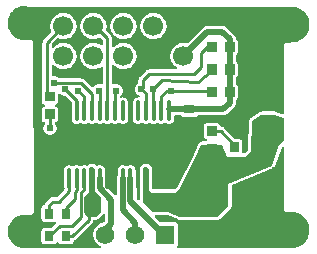
<source format=gtl>
G04 Layer: TopLayer*
G04 EasyEDA v6.5.3, 2022-04-20 15:58:44*
G04 ff22b18d42d7425680d8988076959c4e,2865ae9118a24060a17af6d01c9bcc73,10*
G04 Gerber Generator version 0.2*
G04 Scale: 100 percent, Rotated: No, Reflected: No *
G04 Dimensions in millimeters *
G04 leading zeros omitted , absolute positions ,4 integer and 5 decimal *
%FSLAX45Y45*%
%MOMM*%

%ADD10C,0.2540*%
%ADD11C,0.5000*%
%ADD12C,0.3430*%
%ADD13C,0.6000*%
%ADD14C,0.6096*%
%ADD16R,0.8640X0.8065*%
%ADD19R,0.8000X0.9000*%
%ADD20R,0.9000X0.8000*%
%ADD22C,1.7000*%
%ADD23R,1.5748X1.7000*%
%ADD24C,1.5748*%
%ADD25R,1.5748X1.5748*%
%ADD26C,2.0000*%

%LPD*%
G36*
X853846Y-2272792D02*
G01*
X849934Y-2272030D01*
X846632Y-2269794D01*
X844448Y-2266543D01*
X843686Y-2262632D01*
X844448Y-2258720D01*
X846632Y-2255469D01*
X848258Y-2253843D01*
X851306Y-2248966D01*
X853236Y-2243480D01*
X853948Y-2237181D01*
X853948Y-2080818D01*
X853236Y-2074519D01*
X851306Y-2069033D01*
X848258Y-2064156D01*
X844143Y-2060041D01*
X839266Y-2056993D01*
X833780Y-2055063D01*
X827481Y-2054352D01*
X708152Y-2054352D01*
X704291Y-2053589D01*
X700989Y-2051354D01*
X661365Y-2011730D01*
X659130Y-2008479D01*
X658368Y-2004568D01*
X659130Y-2000656D01*
X661365Y-1997405D01*
X664667Y-1995170D01*
X668528Y-1994407D01*
X767283Y-1994407D01*
X771296Y-1995220D01*
X852982Y-2030222D01*
X857758Y-2031796D01*
X864158Y-2032507D01*
X1193495Y-2032507D01*
X1199540Y-2031847D01*
X1205026Y-2029917D01*
X1209954Y-2026818D01*
X1212342Y-2024735D01*
X1300835Y-1936242D01*
X1304645Y-1931466D01*
X1307134Y-1926234D01*
X1308404Y-1920595D01*
X1308608Y-1917395D01*
X1308608Y-1751330D01*
X1309370Y-1747418D01*
X1311605Y-1744116D01*
X1314907Y-1741932D01*
X1660550Y-1598879D01*
X1664462Y-1596847D01*
X1669135Y-1593189D01*
X1672793Y-1588668D01*
X1675587Y-1582978D01*
X1732381Y-1424025D01*
X1734464Y-1420571D01*
X1737715Y-1418183D01*
X1741627Y-1417269D01*
X1745640Y-1417980D01*
X1748993Y-1420164D01*
X1751279Y-1423466D01*
X1752092Y-1427429D01*
X1752092Y-1941474D01*
X1752904Y-1947976D01*
X1754987Y-1953514D01*
X1758543Y-1958695D01*
X1760931Y-1961134D01*
X1766011Y-1964842D01*
X1771497Y-1967077D01*
X1778000Y-1967992D01*
X1829054Y-1969211D01*
X1845360Y-1971446D01*
X1861108Y-1975408D01*
X1876348Y-1981047D01*
X1890877Y-1988261D01*
X1904593Y-1996998D01*
X1917293Y-2007107D01*
X1928825Y-2018538D01*
X1939086Y-2031085D01*
X1947925Y-2044700D01*
X1955292Y-2059178D01*
X1961083Y-2074367D01*
X1965198Y-2090064D01*
X1967636Y-2106117D01*
X1968347Y-2122322D01*
X1967331Y-2138527D01*
X1964588Y-2154580D01*
X1960168Y-2170176D01*
X1954123Y-2185263D01*
X1946503Y-2199589D01*
X1937359Y-2213000D01*
X1926843Y-2225395D01*
X1915109Y-2236622D01*
X1902206Y-2246477D01*
X1888388Y-2254961D01*
X1873707Y-2261870D01*
X1858365Y-2267204D01*
X1842516Y-2270861D01*
X1826564Y-2272792D01*
G37*

%LPD*%
G36*
X-465734Y-2272792D02*
G01*
X-472084Y-2271928D01*
X-487019Y-2268118D01*
X-501497Y-2262632D01*
X-515264Y-2255621D01*
X-528167Y-2247188D01*
X-540105Y-2237333D01*
X-550875Y-2226259D01*
X-560374Y-2214067D01*
X-568452Y-2200910D01*
X-575106Y-2186940D01*
X-580136Y-2172360D01*
X-583590Y-2157272D01*
X-585317Y-2141931D01*
X-585419Y-2126488D01*
X-583793Y-2111095D01*
X-580491Y-2096007D01*
X-575564Y-2081377D01*
X-569061Y-2067356D01*
X-561086Y-2054148D01*
X-551688Y-2041855D01*
X-540969Y-2030679D01*
X-529183Y-2020773D01*
X-516331Y-2012188D01*
X-502615Y-2005025D01*
X-488188Y-1999488D01*
X-473252Y-1995474D01*
X-458927Y-1993341D01*
X-392887Y-1991614D01*
X-386384Y-1990648D01*
X-380949Y-1988413D01*
X-375818Y-1984705D01*
X-373481Y-1982266D01*
X-369925Y-1977085D01*
X-367792Y-1971548D01*
X-367030Y-1965045D01*
X-368554Y-538835D01*
X-369366Y-532333D01*
X-371449Y-526796D01*
X-375005Y-521614D01*
X-377596Y-519023D01*
X-382676Y-515366D01*
X-388162Y-513181D01*
X-394665Y-512318D01*
X-455828Y-511352D01*
X-472490Y-509016D01*
X-487730Y-505104D01*
X-502412Y-499567D01*
X-516432Y-492455D01*
X-529539Y-483819D01*
X-541680Y-473862D01*
X-552602Y-462584D01*
X-562305Y-450240D01*
X-570534Y-436829D01*
X-577240Y-422656D01*
X-582422Y-407822D01*
X-585927Y-392531D01*
X-587705Y-376936D01*
X-587806Y-361238D01*
X-586181Y-345592D01*
X-582828Y-330250D01*
X-577850Y-315366D01*
X-571246Y-301091D01*
X-563168Y-287680D01*
X-553618Y-275183D01*
X-542798Y-263804D01*
X-530809Y-253695D01*
X-517753Y-244957D01*
X-503834Y-237693D01*
X-489204Y-231952D01*
X-474014Y-227888D01*
X-458520Y-225501D01*
X-442823Y-224840D01*
X-427177Y-225907D01*
X-411327Y-228650D01*
X-405942Y-229108D01*
X1826564Y-229108D01*
X1843582Y-231241D01*
X1859381Y-235000D01*
X1874672Y-240436D01*
X1889302Y-247497D01*
X1903120Y-256032D01*
X1915922Y-265988D01*
X1927606Y-277317D01*
X1938020Y-289763D01*
X1947062Y-303276D01*
X1954580Y-317652D01*
X1960524Y-332740D01*
X1964842Y-348386D01*
X1967484Y-364439D01*
X1968398Y-380644D01*
X1967534Y-396849D01*
X1964994Y-412902D01*
X1960778Y-428548D01*
X1954885Y-443687D01*
X1947418Y-458114D01*
X1938426Y-471678D01*
X1928114Y-484174D01*
X1916480Y-495503D01*
X1903730Y-505561D01*
X1889963Y-514197D01*
X1875332Y-521258D01*
X1860092Y-526796D01*
X1844293Y-530656D01*
X1829104Y-532688D01*
X1786737Y-534365D01*
X1778050Y-533095D01*
X1775510Y-533146D01*
X1771700Y-533755D01*
X1765960Y-535940D01*
X1761083Y-539292D01*
X1756968Y-543966D01*
X1755089Y-547065D01*
X1752904Y-552907D01*
X1752092Y-559409D01*
X1752092Y-1126845D01*
X1751380Y-1130604D01*
X1749298Y-1133805D01*
X1746199Y-1136040D01*
X1742490Y-1136954D01*
X1738731Y-1136446D01*
X1682496Y-1117854D01*
X1675841Y-1117092D01*
X1562658Y-1117092D01*
X1556359Y-1117803D01*
X1550670Y-1119784D01*
X1547418Y-1121664D01*
X1471980Y-1171905D01*
X1467154Y-1176020D01*
X1463649Y-1180642D01*
X1461312Y-1185824D01*
X1459992Y-1193190D01*
X1447850Y-1435506D01*
X1447292Y-1438452D01*
X1445869Y-1441094D01*
X1425194Y-1468628D01*
X1422958Y-1470812D01*
X1420164Y-1472234D01*
X1417066Y-1472692D01*
X1409141Y-1472692D01*
X1404975Y-1471828D01*
X1401572Y-1469288D01*
X1399438Y-1465630D01*
X1399032Y-1461414D01*
X1399387Y-1458010D01*
X1399387Y-1379169D01*
X1398676Y-1372819D01*
X1396796Y-1367383D01*
X1393698Y-1362456D01*
X1389634Y-1358392D01*
X1384706Y-1355293D01*
X1379270Y-1353413D01*
X1372920Y-1352702D01*
X1347978Y-1352702D01*
X1344117Y-1351889D01*
X1340815Y-1349705D01*
X1247597Y-1256538D01*
X1241399Y-1251407D01*
X1234694Y-1247851D01*
X1227480Y-1245666D01*
X1220216Y-1244904D01*
X1216558Y-1243838D01*
X1213561Y-1241501D01*
X1211630Y-1238148D01*
X1209497Y-1232052D01*
X1206398Y-1227124D01*
X1202334Y-1223060D01*
X1197406Y-1219962D01*
X1191971Y-1218031D01*
X1185621Y-1217320D01*
X1100378Y-1217320D01*
X1094028Y-1218031D01*
X1088593Y-1219962D01*
X1083665Y-1223060D01*
X1079601Y-1227124D01*
X1076502Y-1232052D01*
X1074623Y-1237488D01*
X1073912Y-1243838D01*
X1073912Y-1323340D01*
X1074623Y-1329639D01*
X1076502Y-1335125D01*
X1079601Y-1340002D01*
X1083665Y-1344117D01*
X1088593Y-1347165D01*
X1094638Y-1349298D01*
X1098194Y-1351432D01*
X1100632Y-1354836D01*
X1101445Y-1358900D01*
X1100632Y-1362964D01*
X1098194Y-1366367D01*
X1094638Y-1368501D01*
X1088847Y-1370533D01*
X1085494Y-1371092D01*
X1054658Y-1371092D01*
X1048359Y-1371803D01*
X1042873Y-1373733D01*
X1037996Y-1376781D01*
X1033932Y-1380845D01*
X1030173Y-1387094D01*
X979779Y-1500428D01*
X855726Y-1748485D01*
X853846Y-1751126D01*
X830427Y-1774494D01*
X827125Y-1776730D01*
X823264Y-1777492D01*
X649935Y-1777492D01*
X646074Y-1776730D01*
X642772Y-1774494D01*
X638505Y-1770227D01*
X636270Y-1766925D01*
X635508Y-1763064D01*
X635508Y-1600504D01*
X634847Y-1594459D01*
X632917Y-1588973D01*
X629818Y-1584045D01*
X627735Y-1581658D01*
X615442Y-1569364D01*
X610666Y-1565554D01*
X605434Y-1563065D01*
X599795Y-1561795D01*
X596595Y-1561592D01*
X571804Y-1561592D01*
X565759Y-1562252D01*
X560273Y-1564182D01*
X555345Y-1567281D01*
X552958Y-1569364D01*
X540664Y-1581658D01*
X536854Y-1586433D01*
X534365Y-1591665D01*
X533095Y-1597304D01*
X532892Y-1600504D01*
X532892Y-1858772D01*
X532130Y-1862632D01*
X529894Y-1865934D01*
X526643Y-1868170D01*
X522732Y-1868932D01*
X518820Y-1868170D01*
X515569Y-1865934D01*
X506984Y-1857400D01*
X504799Y-1854098D01*
X504037Y-1850237D01*
X504037Y-1684020D01*
X503224Y-1674774D01*
X500888Y-1666189D01*
X497128Y-1658061D01*
X496163Y-1653743D01*
X496163Y-1614627D01*
X495401Y-1606245D01*
X493217Y-1598574D01*
X489661Y-1591513D01*
X484885Y-1585163D01*
X479043Y-1579829D01*
X472287Y-1575612D01*
X464870Y-1572768D01*
X457047Y-1571294D01*
X449122Y-1571294D01*
X441350Y-1572768D01*
X433984Y-1575612D01*
X426059Y-1580642D01*
X422503Y-1582064D01*
X418693Y-1582064D01*
X415137Y-1580642D01*
X407212Y-1575612D01*
X399846Y-1572768D01*
X392074Y-1571294D01*
X384149Y-1571294D01*
X376326Y-1572768D01*
X368909Y-1575612D01*
X362153Y-1579829D01*
X356311Y-1585163D01*
X351536Y-1591513D01*
X347980Y-1598574D01*
X345795Y-1606245D01*
X345033Y-1614627D01*
X345033Y-1653793D01*
X344068Y-1658112D01*
X340309Y-1666189D01*
X338023Y-1674774D01*
X337210Y-1684020D01*
X337210Y-1815490D01*
X336448Y-1819351D01*
X334213Y-1822653D01*
X330911Y-1824888D01*
X327050Y-1825650D01*
X323138Y-1824888D01*
X319836Y-1822653D01*
X246938Y-1749704D01*
X244703Y-1746453D01*
X243941Y-1742541D01*
X243941Y-1683969D01*
X243128Y-1674672D01*
X240842Y-1666138D01*
X237134Y-1658112D01*
X236169Y-1653844D01*
X236169Y-1614627D01*
X235407Y-1606245D01*
X233222Y-1598574D01*
X229666Y-1591513D01*
X224891Y-1585163D01*
X218998Y-1579829D01*
X212293Y-1575612D01*
X204876Y-1572768D01*
X197053Y-1571294D01*
X189128Y-1571294D01*
X181305Y-1572768D01*
X173278Y-1575866D01*
X169468Y-1576578D01*
X165658Y-1575765D01*
X162407Y-1573580D01*
X155854Y-1567281D01*
X150926Y-1564182D01*
X145440Y-1562252D01*
X139395Y-1561592D01*
X114604Y-1561592D01*
X108559Y-1562252D01*
X103073Y-1564182D01*
X98298Y-1567180D01*
X91998Y-1573123D01*
X88798Y-1575206D01*
X85090Y-1575968D01*
X81330Y-1575257D01*
X74879Y-1572768D01*
X67056Y-1571294D01*
X59131Y-1571294D01*
X51308Y-1572768D01*
X43992Y-1575612D01*
X36017Y-1580642D01*
X32512Y-1582064D01*
X28702Y-1582064D01*
X25146Y-1580642D01*
X17221Y-1575612D01*
X9855Y-1572768D01*
X2082Y-1571294D01*
X-5892Y-1571294D01*
X-13665Y-1572768D01*
X-21031Y-1575612D01*
X-28956Y-1580642D01*
X-32512Y-1582064D01*
X-36322Y-1582064D01*
X-39827Y-1580642D01*
X-47752Y-1575612D01*
X-55117Y-1572768D01*
X-62941Y-1571294D01*
X-70866Y-1571294D01*
X-78689Y-1572768D01*
X-86055Y-1575612D01*
X-92811Y-1579829D01*
X-98704Y-1585163D01*
X-103479Y-1591513D01*
X-107035Y-1598574D01*
X-109169Y-1606245D01*
X-109982Y-1614627D01*
X-109982Y-1752498D01*
X-109169Y-1760880D01*
X-105511Y-1773428D01*
X-106222Y-1777593D01*
X-108508Y-1781098D01*
X-165404Y-1837994D01*
X-168706Y-1840230D01*
X-172618Y-1840992D01*
X-202692Y-1840992D01*
X-210718Y-1841804D01*
X-217932Y-1843989D01*
X-224637Y-1847545D01*
X-230835Y-1852675D01*
X-262128Y-1883968D01*
X-267258Y-1890166D01*
X-270814Y-1896872D01*
X-272999Y-1903933D01*
X-274370Y-1906828D01*
X-276606Y-1909114D01*
X-279450Y-1910638D01*
X-286359Y-1912924D01*
X-291185Y-1915972D01*
X-295300Y-1920087D01*
X-298399Y-1924964D01*
X-300278Y-1930450D01*
X-300990Y-1936750D01*
X-300990Y-2025650D01*
X-300278Y-2031949D01*
X-298399Y-2037435D01*
X-295300Y-2042312D01*
X-291185Y-2046427D01*
X-286308Y-2049475D01*
X-280822Y-2051405D01*
X-274523Y-2052116D01*
X-195681Y-2052116D01*
X-189534Y-2051405D01*
X-185369Y-2051812D01*
X-181711Y-2053894D01*
X-179171Y-2057247D01*
X-178257Y-2061362D01*
X-179070Y-2065528D01*
X-181508Y-2068931D01*
X-212750Y-2098090D01*
X-215950Y-2100072D01*
X-219710Y-2100783D01*
X-274523Y-2100783D01*
X-280822Y-2101494D01*
X-286308Y-2103424D01*
X-291185Y-2106472D01*
X-295300Y-2110587D01*
X-298399Y-2115464D01*
X-300278Y-2120950D01*
X-300990Y-2127250D01*
X-300990Y-2216150D01*
X-300278Y-2222449D01*
X-298399Y-2227935D01*
X-295300Y-2232812D01*
X-291185Y-2236927D01*
X-286308Y-2239975D01*
X-280822Y-2241905D01*
X-274523Y-2242616D01*
X-195681Y-2242616D01*
X-189331Y-2241905D01*
X-183896Y-2239975D01*
X-178968Y-2236927D01*
X-174904Y-2232812D01*
X-173685Y-2230932D01*
X-170891Y-2227986D01*
X-167132Y-2226360D01*
X-163068Y-2226360D01*
X-159308Y-2227986D01*
X-156514Y-2230932D01*
X-155295Y-2232812D01*
X-151231Y-2236927D01*
X-146304Y-2239975D01*
X-140868Y-2241905D01*
X-134518Y-2242616D01*
X-55676Y-2242616D01*
X-49377Y-2241905D01*
X-43891Y-2239975D01*
X-39014Y-2236927D01*
X-34899Y-2232812D01*
X-31800Y-2227935D01*
X-29921Y-2222449D01*
X-29159Y-2215540D01*
X-28295Y-2212441D01*
X-26517Y-2209800D01*
X-23977Y-2207818D01*
X-16713Y-2203805D01*
X-10464Y-2198624D01*
X128524Y-2059635D01*
X133654Y-2053437D01*
X137210Y-2046732D01*
X139344Y-2039721D01*
X141427Y-2035962D01*
X144881Y-2033422D01*
X149098Y-2032507D01*
X164795Y-2032507D01*
X170840Y-2031847D01*
X176326Y-2029917D01*
X181254Y-2026818D01*
X183642Y-2024735D01*
X221335Y-1987042D01*
X223469Y-1984603D01*
X226720Y-1982216D01*
X230632Y-1981250D01*
X234645Y-1981911D01*
X238099Y-1984095D01*
X240385Y-1987448D01*
X241198Y-1991410D01*
X241198Y-2044801D01*
X240487Y-2048510D01*
X238506Y-2051710D01*
X235458Y-2053945D01*
X231800Y-2054910D01*
X227685Y-2055266D01*
X214223Y-2057958D01*
X201269Y-2062327D01*
X188976Y-2068372D01*
X177596Y-2075992D01*
X167335Y-2085035D01*
X158292Y-2095296D01*
X150672Y-2106676D01*
X144627Y-2118969D01*
X140258Y-2131923D01*
X137566Y-2145334D01*
X136652Y-2159000D01*
X137566Y-2172665D01*
X140258Y-2186076D01*
X144627Y-2199030D01*
X150672Y-2211324D01*
X158292Y-2222703D01*
X167335Y-2232964D01*
X177596Y-2242007D01*
X188976Y-2249627D01*
X196900Y-2253538D01*
X200406Y-2256383D01*
X202336Y-2260447D01*
X202336Y-2264918D01*
X200355Y-2268982D01*
X196799Y-2271776D01*
X192430Y-2272792D01*
G37*

%LPC*%
G36*
X-228600Y-1313637D02*
G01*
X-218795Y-1312773D01*
X-209346Y-1310233D01*
X-200406Y-1306118D01*
X-192379Y-1300480D01*
X-185420Y-1293520D01*
X-179781Y-1285494D01*
X-175666Y-1276553D01*
X-173126Y-1267104D01*
X-172262Y-1257300D01*
X-173126Y-1247495D01*
X-175666Y-1238046D01*
X-179781Y-1229106D01*
X-184150Y-1222908D01*
X-185724Y-1219504D01*
X-185928Y-1215796D01*
X-184759Y-1212240D01*
X-182422Y-1209344D01*
X-179171Y-1207465D01*
X-174193Y-1205738D01*
X-169265Y-1202639D01*
X-165201Y-1198575D01*
X-162102Y-1193647D01*
X-160223Y-1188212D01*
X-159512Y-1181862D01*
X-159512Y-1102360D01*
X-160223Y-1096060D01*
X-162102Y-1090574D01*
X-165201Y-1085697D01*
X-169265Y-1081582D01*
X-174193Y-1078534D01*
X-180238Y-1076401D01*
X-183794Y-1074267D01*
X-186232Y-1070864D01*
X-187045Y-1066800D01*
X-186232Y-1062736D01*
X-183794Y-1059332D01*
X-180238Y-1057198D01*
X-174193Y-1055065D01*
X-169265Y-1052017D01*
X-165201Y-1047902D01*
X-162102Y-1043025D01*
X-160223Y-1037539D01*
X-159512Y-1031240D01*
X-159512Y-973124D01*
X-158699Y-969213D01*
X-156514Y-965962D01*
X-153212Y-963726D01*
X-149352Y-962964D01*
X-145440Y-963726D01*
X-142138Y-965962D01*
X-137820Y-970280D01*
X-129794Y-975918D01*
X-120853Y-980033D01*
X-111404Y-982573D01*
X-103378Y-983284D01*
X-99974Y-984199D01*
X-97078Y-986231D01*
X-47955Y-1035354D01*
X-45720Y-1038656D01*
X-44958Y-1042568D01*
X-44958Y-1179372D01*
X-44196Y-1187754D01*
X-42011Y-1195374D01*
X-38455Y-1202486D01*
X-33680Y-1208836D01*
X-27838Y-1214170D01*
X-21082Y-1218336D01*
X-13665Y-1221232D01*
X-5892Y-1222654D01*
X2082Y-1222654D01*
X9855Y-1221232D01*
X17221Y-1218336D01*
X25146Y-1213307D01*
X28702Y-1211935D01*
X32512Y-1211935D01*
X36017Y-1213307D01*
X43992Y-1218336D01*
X51308Y-1221232D01*
X59131Y-1222654D01*
X67056Y-1222654D01*
X74879Y-1221232D01*
X82245Y-1218336D01*
X90170Y-1213307D01*
X93675Y-1211935D01*
X97485Y-1211935D01*
X101041Y-1213307D01*
X108966Y-1218336D01*
X116332Y-1221232D01*
X124155Y-1222654D01*
X132080Y-1222654D01*
X139852Y-1221232D01*
X147218Y-1218336D01*
X155143Y-1213307D01*
X158699Y-1211935D01*
X162509Y-1211935D01*
X166014Y-1213307D01*
X173990Y-1218336D01*
X181305Y-1221232D01*
X189128Y-1222654D01*
X197053Y-1222654D01*
X204876Y-1221232D01*
X212242Y-1218336D01*
X220167Y-1213307D01*
X223723Y-1211935D01*
X227482Y-1211935D01*
X231038Y-1213307D01*
X238963Y-1218336D01*
X246329Y-1221232D01*
X254152Y-1222654D01*
X262077Y-1222654D01*
X269849Y-1221232D01*
X277215Y-1218336D01*
X285140Y-1213307D01*
X288696Y-1211935D01*
X292506Y-1211935D01*
X296062Y-1213307D01*
X303987Y-1218336D01*
X311353Y-1221232D01*
X319125Y-1222654D01*
X327050Y-1222654D01*
X334873Y-1221232D01*
X342239Y-1218336D01*
X350164Y-1213307D01*
X353720Y-1211935D01*
X357479Y-1211935D01*
X361035Y-1213307D01*
X368960Y-1218336D01*
X376326Y-1221232D01*
X384149Y-1222654D01*
X392074Y-1222654D01*
X399846Y-1221232D01*
X407263Y-1218336D01*
X414020Y-1214170D01*
X419912Y-1208836D01*
X424688Y-1202486D01*
X428193Y-1195374D01*
X430377Y-1187754D01*
X431139Y-1179372D01*
X431139Y-1041450D01*
X430377Y-1033068D01*
X428193Y-1025448D01*
X424688Y-1018336D01*
X419912Y-1011986D01*
X414020Y-1006652D01*
X407263Y-1002487D01*
X399846Y-999591D01*
X392074Y-998169D01*
X384149Y-998169D01*
X375920Y-999693D01*
X371652Y-999591D01*
X367792Y-997712D01*
X365048Y-994460D01*
X363931Y-990346D01*
X364540Y-986129D01*
X366877Y-982522D01*
X373380Y-976020D01*
X379018Y-967994D01*
X383133Y-959053D01*
X385673Y-949604D01*
X386537Y-939800D01*
X385673Y-929995D01*
X383133Y-920546D01*
X379018Y-911606D01*
X373380Y-903579D01*
X366420Y-896619D01*
X358394Y-890981D01*
X349453Y-886866D01*
X340004Y-884326D01*
X330200Y-883462D01*
X320395Y-884326D01*
X306984Y-887730D01*
X303072Y-886968D01*
X299720Y-884783D01*
X297484Y-881481D01*
X296672Y-877569D01*
X296672Y-732028D01*
X297434Y-728218D01*
X299516Y-724966D01*
X302717Y-722731D01*
X306527Y-721868D01*
X310337Y-722477D01*
X313639Y-724509D01*
X324561Y-734415D01*
X336194Y-742543D01*
X348792Y-749096D01*
X362153Y-754024D01*
X376021Y-757174D01*
X390144Y-758545D01*
X404368Y-758088D01*
X418388Y-755802D01*
X432003Y-751789D01*
X445008Y-745998D01*
X457149Y-738632D01*
X468274Y-729792D01*
X478129Y-719582D01*
X486613Y-708202D01*
X493623Y-695807D01*
X498957Y-682650D01*
X502564Y-668883D01*
X504342Y-654812D01*
X504342Y-640588D01*
X502564Y-626516D01*
X498957Y-612749D01*
X493623Y-599592D01*
X486613Y-587197D01*
X478129Y-575818D01*
X468274Y-565607D01*
X457149Y-556768D01*
X445008Y-549402D01*
X432003Y-543661D01*
X418388Y-539597D01*
X404368Y-537311D01*
X390144Y-536854D01*
X376021Y-538226D01*
X362153Y-541375D01*
X348792Y-546303D01*
X336194Y-552856D01*
X324561Y-560984D01*
X313639Y-570890D01*
X310337Y-572922D01*
X306527Y-573532D01*
X302717Y-572668D01*
X299516Y-570433D01*
X297434Y-567182D01*
X296672Y-563372D01*
X296672Y-499872D01*
X295859Y-491845D01*
X293674Y-484632D01*
X290118Y-477926D01*
X284988Y-471728D01*
X248462Y-435152D01*
X246430Y-432257D01*
X245516Y-428853D01*
X245770Y-425399D01*
X248564Y-414883D01*
X250342Y-400812D01*
X250342Y-386588D01*
X248564Y-372516D01*
X244957Y-358749D01*
X239623Y-345592D01*
X232613Y-333197D01*
X224129Y-321818D01*
X214274Y-311607D01*
X203149Y-302768D01*
X191008Y-295402D01*
X178003Y-289661D01*
X164388Y-285597D01*
X150368Y-283311D01*
X136144Y-282854D01*
X122021Y-284226D01*
X108153Y-287375D01*
X94792Y-292303D01*
X82194Y-298856D01*
X70561Y-306984D01*
X60045Y-316534D01*
X50850Y-327355D01*
X43078Y-339293D01*
X36931Y-352094D01*
X32461Y-365556D01*
X29718Y-379526D01*
X28803Y-393700D01*
X29718Y-407873D01*
X32461Y-421843D01*
X36931Y-435305D01*
X43078Y-448106D01*
X50850Y-460044D01*
X60045Y-470865D01*
X70561Y-480415D01*
X82194Y-488543D01*
X94792Y-495096D01*
X108153Y-500024D01*
X122021Y-503174D01*
X136144Y-504545D01*
X150368Y-504088D01*
X164388Y-501802D01*
X178003Y-497789D01*
X188163Y-493268D01*
X192125Y-492404D01*
X196088Y-493115D01*
X199491Y-495350D01*
X216458Y-512368D01*
X218694Y-515670D01*
X219456Y-519582D01*
X219456Y-548690D01*
X218541Y-552856D01*
X216001Y-556260D01*
X212293Y-558393D01*
X208025Y-558749D01*
X204012Y-557326D01*
X190957Y-549402D01*
X178003Y-543661D01*
X164388Y-539597D01*
X150368Y-537311D01*
X136144Y-536854D01*
X122021Y-538226D01*
X108153Y-541375D01*
X94792Y-546303D01*
X82194Y-552856D01*
X70561Y-560984D01*
X60045Y-570534D01*
X50850Y-581355D01*
X43078Y-593293D01*
X36931Y-606094D01*
X32461Y-619556D01*
X29718Y-633526D01*
X28803Y-647700D01*
X29718Y-661873D01*
X32461Y-675843D01*
X36931Y-689305D01*
X43078Y-702106D01*
X50850Y-714044D01*
X60045Y-724865D01*
X70561Y-734415D01*
X82194Y-742543D01*
X94792Y-749096D01*
X108153Y-754024D01*
X122021Y-757174D01*
X136144Y-758545D01*
X150368Y-758088D01*
X164388Y-755802D01*
X178003Y-751789D01*
X190957Y-745998D01*
X204012Y-738073D01*
X208025Y-736650D01*
X212293Y-737006D01*
X216001Y-739140D01*
X218541Y-742543D01*
X219456Y-746709D01*
X219456Y-876198D01*
X218795Y-879856D01*
X216865Y-883005D01*
X213918Y-885240D01*
X210362Y-886307D01*
X206654Y-886002D01*
X200304Y-884326D01*
X190500Y-883462D01*
X180695Y-884326D01*
X171246Y-886866D01*
X162306Y-890981D01*
X154279Y-896619D01*
X147320Y-903579D01*
X143002Y-909726D01*
X139750Y-912723D01*
X135585Y-914044D01*
X131216Y-913485D01*
X127508Y-911098D01*
X65735Y-849376D01*
X59537Y-844245D01*
X52832Y-840689D01*
X45618Y-838504D01*
X37592Y-837692D01*
X-145491Y-837692D01*
X-149402Y-836930D01*
X-152704Y-834694D01*
X-154279Y-833119D01*
X-162306Y-827481D01*
X-171246Y-823366D01*
X-180695Y-820826D01*
X-190500Y-819962D01*
X-200304Y-820826D01*
X-202590Y-821436D01*
X-206298Y-821740D01*
X-209854Y-820674D01*
X-212801Y-818388D01*
X-214731Y-815238D01*
X-215392Y-811631D01*
X-215392Y-727252D01*
X-214579Y-723239D01*
X-212242Y-719886D01*
X-208737Y-717753D01*
X-204673Y-717143D01*
X-200710Y-718159D01*
X-197510Y-720699D01*
X-193954Y-724865D01*
X-183438Y-734415D01*
X-171805Y-742543D01*
X-159207Y-749096D01*
X-145846Y-754024D01*
X-131978Y-757174D01*
X-117856Y-758545D01*
X-103632Y-758088D01*
X-89611Y-755802D01*
X-75996Y-751789D01*
X-62991Y-745998D01*
X-50850Y-738632D01*
X-39725Y-729792D01*
X-29870Y-719582D01*
X-21386Y-708202D01*
X-14376Y-695807D01*
X-9042Y-682650D01*
X-5435Y-668883D01*
X-3657Y-654812D01*
X-3657Y-640588D01*
X-5435Y-626516D01*
X-9042Y-612749D01*
X-14376Y-599592D01*
X-21386Y-587197D01*
X-29870Y-575818D01*
X-39725Y-565607D01*
X-50850Y-556768D01*
X-62991Y-549402D01*
X-75996Y-543661D01*
X-89611Y-539597D01*
X-103632Y-537311D01*
X-117856Y-536854D01*
X-131978Y-538226D01*
X-145846Y-541375D01*
X-159207Y-546303D01*
X-171805Y-552856D01*
X-183438Y-560984D01*
X-193954Y-570534D01*
X-197510Y-574700D01*
X-200710Y-577240D01*
X-204673Y-578256D01*
X-208737Y-577646D01*
X-212242Y-575513D01*
X-214579Y-572160D01*
X-215392Y-568147D01*
X-215392Y-553618D01*
X-214629Y-549706D01*
X-212394Y-546404D01*
X-165201Y-499160D01*
X-162001Y-497027D01*
X-158242Y-496214D01*
X-154482Y-496824D01*
X-145846Y-500024D01*
X-131978Y-503174D01*
X-117856Y-504545D01*
X-103632Y-504088D01*
X-89611Y-501802D01*
X-75996Y-497789D01*
X-62991Y-491998D01*
X-50850Y-484632D01*
X-39725Y-475792D01*
X-29870Y-465582D01*
X-21386Y-454202D01*
X-14376Y-441807D01*
X-9042Y-428650D01*
X-5435Y-414883D01*
X-3657Y-400812D01*
X-3657Y-386588D01*
X-5435Y-372516D01*
X-9042Y-358749D01*
X-14376Y-345592D01*
X-21386Y-333197D01*
X-29870Y-321818D01*
X-39725Y-311607D01*
X-50850Y-302768D01*
X-62991Y-295402D01*
X-75996Y-289661D01*
X-89611Y-285597D01*
X-103632Y-283311D01*
X-117856Y-282854D01*
X-131978Y-284226D01*
X-145846Y-287375D01*
X-159207Y-292303D01*
X-171805Y-298856D01*
X-183438Y-306984D01*
X-193954Y-316534D01*
X-203149Y-327355D01*
X-210921Y-339293D01*
X-217068Y-352094D01*
X-221538Y-365556D01*
X-224282Y-379526D01*
X-225196Y-393700D01*
X-224282Y-407873D01*
X-221538Y-421843D01*
X-217424Y-434289D01*
X-216916Y-437997D01*
X-217779Y-441604D01*
X-219862Y-444703D01*
X-280924Y-505764D01*
X-286054Y-511962D01*
X-289610Y-518668D01*
X-291795Y-525881D01*
X-292608Y-533908D01*
X-292608Y-933094D01*
X-293014Y-935888D01*
X-295097Y-939952D01*
X-296976Y-945387D01*
X-297688Y-951737D01*
X-297688Y-1031240D01*
X-296976Y-1037539D01*
X-295097Y-1043025D01*
X-291998Y-1047902D01*
X-287934Y-1052017D01*
X-283006Y-1055065D01*
X-276961Y-1057198D01*
X-273405Y-1059332D01*
X-270967Y-1062736D01*
X-270154Y-1066800D01*
X-270967Y-1070864D01*
X-273405Y-1074267D01*
X-276961Y-1076401D01*
X-283006Y-1078534D01*
X-287934Y-1081582D01*
X-291998Y-1085697D01*
X-295097Y-1090574D01*
X-296976Y-1096060D01*
X-297688Y-1102360D01*
X-297688Y-1181862D01*
X-296976Y-1188212D01*
X-295097Y-1193647D01*
X-291998Y-1198575D01*
X-287934Y-1202639D01*
X-283006Y-1205738D01*
X-278028Y-1207465D01*
X-274777Y-1209344D01*
X-272440Y-1212240D01*
X-271272Y-1215796D01*
X-271475Y-1219504D01*
X-273050Y-1222908D01*
X-277418Y-1229106D01*
X-281533Y-1238046D01*
X-284073Y-1247495D01*
X-284937Y-1257300D01*
X-284073Y-1267104D01*
X-281533Y-1276553D01*
X-277418Y-1285494D01*
X-271780Y-1293520D01*
X-264820Y-1300480D01*
X-256794Y-1306118D01*
X-247853Y-1310233D01*
X-238404Y-1312773D01*
G37*
G36*
X514146Y-1222654D02*
G01*
X522071Y-1222654D01*
X529894Y-1221232D01*
X537210Y-1218336D01*
X545185Y-1213307D01*
X548690Y-1211935D01*
X552500Y-1211935D01*
X556056Y-1213307D01*
X563981Y-1218336D01*
X571347Y-1221232D01*
X579120Y-1222654D01*
X587044Y-1222654D01*
X594868Y-1221232D01*
X602234Y-1218336D01*
X610158Y-1213307D01*
X613714Y-1211935D01*
X617524Y-1211935D01*
X621030Y-1213307D01*
X628954Y-1218336D01*
X636320Y-1221232D01*
X644144Y-1222654D01*
X652068Y-1222654D01*
X659892Y-1221232D01*
X667207Y-1218336D01*
X675182Y-1213307D01*
X678688Y-1211935D01*
X682498Y-1211935D01*
X686054Y-1213307D01*
X693978Y-1218336D01*
X701344Y-1221232D01*
X709117Y-1222654D01*
X717092Y-1222654D01*
X724865Y-1221232D01*
X732231Y-1218336D01*
X740156Y-1213307D01*
X743712Y-1211935D01*
X747522Y-1211935D01*
X751027Y-1213307D01*
X758952Y-1218336D01*
X766318Y-1221232D01*
X774141Y-1222654D01*
X782066Y-1222654D01*
X789889Y-1221232D01*
X797255Y-1218336D01*
X804011Y-1214170D01*
X809904Y-1208836D01*
X814679Y-1202486D01*
X818235Y-1195374D01*
X820369Y-1187754D01*
X821182Y-1179372D01*
X821182Y-1159459D01*
X821944Y-1155598D01*
X824128Y-1152296D01*
X827430Y-1150061D01*
X831342Y-1149299D01*
X878382Y-1149299D01*
X881735Y-1149858D01*
X884732Y-1151534D01*
X887272Y-1154531D01*
X891387Y-1158595D01*
X896264Y-1161694D01*
X901750Y-1163624D01*
X908050Y-1164336D01*
X996950Y-1164336D01*
X1003249Y-1163624D01*
X1008735Y-1161694D01*
X1013612Y-1158595D01*
X1020267Y-1151534D01*
X1023264Y-1149858D01*
X1026617Y-1149299D01*
X1238199Y-1149299D01*
X1242822Y-1149096D01*
X1247241Y-1148537D01*
X1251559Y-1147572D01*
X1255826Y-1146251D01*
X1259890Y-1144524D01*
X1263853Y-1142492D01*
X1267612Y-1140104D01*
X1271117Y-1137412D01*
X1274572Y-1134262D01*
X1331264Y-1077569D01*
X1334414Y-1074115D01*
X1337106Y-1070610D01*
X1339494Y-1066850D01*
X1341526Y-1062888D01*
X1343253Y-1058824D01*
X1344574Y-1054557D01*
X1345539Y-1050239D01*
X1346098Y-1045819D01*
X1346301Y-1041196D01*
X1346301Y-1024432D01*
X1346860Y-1021130D01*
X1348486Y-1018184D01*
X1355039Y-1011834D01*
X1358138Y-1006906D01*
X1360068Y-1001471D01*
X1360779Y-995121D01*
X1360779Y-909878D01*
X1360068Y-903528D01*
X1358138Y-898093D01*
X1355039Y-893165D01*
X1347673Y-886358D01*
X1345996Y-883361D01*
X1345438Y-880008D01*
X1345438Y-834491D01*
X1345996Y-831138D01*
X1347673Y-828141D01*
X1350975Y-825398D01*
X1355039Y-821334D01*
X1358138Y-816406D01*
X1360068Y-810971D01*
X1360779Y-804621D01*
X1360779Y-719378D01*
X1360068Y-713028D01*
X1358138Y-707593D01*
X1355039Y-702665D01*
X1347673Y-695858D01*
X1345996Y-692861D01*
X1345438Y-689508D01*
X1345438Y-643991D01*
X1345996Y-640638D01*
X1347673Y-637641D01*
X1350975Y-634898D01*
X1355039Y-630834D01*
X1358138Y-625906D01*
X1360068Y-620471D01*
X1360779Y-614121D01*
X1360779Y-528878D01*
X1360068Y-522528D01*
X1358138Y-517093D01*
X1355039Y-512165D01*
X1350975Y-508101D01*
X1347114Y-505104D01*
X1345488Y-502462D01*
X1343710Y-493979D01*
X1342390Y-489712D01*
X1340662Y-485648D01*
X1338630Y-481685D01*
X1336243Y-477926D01*
X1333550Y-474421D01*
X1330401Y-470966D01*
X1268069Y-408635D01*
X1264615Y-405485D01*
X1261110Y-402793D01*
X1257350Y-400405D01*
X1253388Y-398373D01*
X1249324Y-396646D01*
X1245057Y-395325D01*
X1240739Y-394360D01*
X1236319Y-393801D01*
X1231696Y-393598D01*
X1105103Y-393598D01*
X1100480Y-393801D01*
X1096060Y-394360D01*
X1091742Y-395325D01*
X1087475Y-396646D01*
X1083411Y-398373D01*
X1079449Y-400405D01*
X1075690Y-402793D01*
X1072184Y-405485D01*
X1068730Y-408635D01*
X939495Y-537921D01*
X936498Y-540004D01*
X932992Y-540867D01*
X929386Y-540512D01*
X926388Y-539597D01*
X912368Y-537311D01*
X898144Y-536854D01*
X884021Y-538226D01*
X870153Y-541375D01*
X856792Y-546303D01*
X844194Y-552856D01*
X832561Y-560984D01*
X822045Y-570534D01*
X812850Y-581355D01*
X805078Y-593293D01*
X798931Y-606094D01*
X794461Y-619556D01*
X791718Y-633526D01*
X790803Y-647700D01*
X791718Y-661873D01*
X794461Y-675843D01*
X798931Y-689305D01*
X805078Y-702106D01*
X812850Y-714044D01*
X822045Y-724865D01*
X832561Y-734364D01*
X844956Y-743000D01*
X847852Y-746099D01*
X849223Y-750112D01*
X848817Y-754380D01*
X846734Y-758088D01*
X843280Y-760577D01*
X839114Y-761492D01*
X610108Y-761492D01*
X602081Y-762304D01*
X594868Y-764489D01*
X588162Y-768045D01*
X581964Y-773176D01*
X531876Y-823264D01*
X526745Y-829462D01*
X523189Y-836168D01*
X521004Y-843381D01*
X520192Y-851408D01*
X520192Y-871423D01*
X519684Y-874623D01*
X518159Y-877468D01*
X515874Y-879754D01*
X509879Y-883919D01*
X502920Y-890879D01*
X497281Y-898906D01*
X493166Y-907846D01*
X490626Y-917295D01*
X489762Y-927100D01*
X490626Y-936904D01*
X493166Y-946353D01*
X497281Y-955294D01*
X502920Y-963320D01*
X509879Y-970280D01*
X517906Y-975918D01*
X524103Y-978763D01*
X527253Y-981100D01*
X529336Y-984402D01*
X529996Y-988263D01*
X529132Y-992073D01*
X526897Y-995273D01*
X523646Y-997407D01*
X519836Y-998169D01*
X514146Y-998169D01*
X506323Y-999591D01*
X498906Y-1002487D01*
X492201Y-1006652D01*
X486308Y-1011986D01*
X481533Y-1018336D01*
X477977Y-1025448D01*
X475792Y-1033068D01*
X475030Y-1041450D01*
X475030Y-1179372D01*
X475792Y-1187754D01*
X477977Y-1195374D01*
X481533Y-1202486D01*
X486308Y-1208836D01*
X492201Y-1214170D01*
X498906Y-1218336D01*
X506323Y-1221232D01*
G37*
G36*
X390144Y-504545D02*
G01*
X404368Y-504088D01*
X418388Y-501802D01*
X432003Y-497789D01*
X445008Y-491998D01*
X457149Y-484632D01*
X468274Y-475792D01*
X478129Y-465582D01*
X486613Y-454202D01*
X493623Y-441807D01*
X498957Y-428650D01*
X502564Y-414883D01*
X504342Y-400812D01*
X504342Y-386588D01*
X502564Y-372516D01*
X498957Y-358749D01*
X493623Y-345592D01*
X486613Y-333197D01*
X478129Y-321818D01*
X468274Y-311607D01*
X457149Y-302768D01*
X445008Y-295402D01*
X432003Y-289661D01*
X418388Y-285597D01*
X404368Y-283311D01*
X390144Y-282854D01*
X376021Y-284226D01*
X362153Y-287375D01*
X348792Y-292303D01*
X336194Y-298856D01*
X324561Y-306984D01*
X314045Y-316534D01*
X304850Y-327355D01*
X297078Y-339293D01*
X290931Y-352094D01*
X286461Y-365556D01*
X283718Y-379526D01*
X282803Y-393700D01*
X283718Y-407873D01*
X286461Y-421843D01*
X290931Y-435305D01*
X297078Y-448106D01*
X304850Y-460044D01*
X314045Y-470865D01*
X324561Y-480415D01*
X336194Y-488543D01*
X348792Y-495096D01*
X362153Y-500024D01*
X376021Y-503174D01*
G37*
G36*
X644144Y-504545D02*
G01*
X658368Y-504088D01*
X672388Y-501802D01*
X686003Y-497789D01*
X699008Y-491998D01*
X711149Y-484632D01*
X722274Y-475792D01*
X732129Y-465582D01*
X740613Y-454202D01*
X747623Y-441807D01*
X752957Y-428650D01*
X756564Y-414883D01*
X758342Y-400812D01*
X758342Y-386588D01*
X756564Y-372516D01*
X752957Y-358749D01*
X747623Y-345592D01*
X740613Y-333197D01*
X732129Y-321818D01*
X722274Y-311607D01*
X711149Y-302768D01*
X699008Y-295402D01*
X686003Y-289661D01*
X672388Y-285597D01*
X658368Y-283311D01*
X644144Y-282854D01*
X630021Y-284226D01*
X616153Y-287375D01*
X602792Y-292303D01*
X590194Y-298856D01*
X578561Y-306984D01*
X568045Y-316534D01*
X558850Y-327355D01*
X551078Y-339293D01*
X544931Y-352094D01*
X540461Y-365556D01*
X537718Y-379526D01*
X536803Y-393700D01*
X537718Y-407873D01*
X540461Y-421843D01*
X544931Y-435305D01*
X551078Y-448106D01*
X558850Y-460044D01*
X568045Y-470865D01*
X578561Y-480415D01*
X590194Y-488543D01*
X602792Y-495096D01*
X616153Y-500024D01*
X630021Y-503174D01*
G37*

%LPD*%
G36*
X114300Y-1587500D02*
G01*
X101600Y-1600200D01*
X101600Y-1803400D01*
X63500Y-1841500D01*
X63500Y-1968500D01*
X88900Y-2006600D01*
X165100Y-2006600D01*
X203200Y-1968500D01*
X203200Y-1841500D01*
X152400Y-1790700D01*
X152400Y-1600200D01*
X139700Y-1587500D01*
G37*
G36*
X1562100Y-1143000D02*
G01*
X1485900Y-1193800D01*
X1473200Y-1447800D01*
X1435100Y-1498600D01*
X1270000Y-1498600D01*
X1231900Y-1397000D01*
X1054100Y-1397000D01*
X1003300Y-1511300D01*
X876300Y-1765300D01*
X838200Y-1803400D01*
X635000Y-1803400D01*
X609600Y-1778000D01*
X609600Y-1600200D01*
X596900Y-1587500D01*
X571500Y-1587500D01*
X558800Y-1600200D01*
X558800Y-1892300D01*
X647700Y-1968500D01*
X774700Y-1968500D01*
X863600Y-2006600D01*
X1193800Y-2006600D01*
X1282700Y-1917700D01*
X1282700Y-1727200D01*
X1651000Y-1574800D01*
X1714500Y-1397000D01*
X1752600Y-1358900D01*
X1752600Y-1168400D01*
X1676400Y-1143000D01*
G37*
D11*
X952500Y-1098397D02*
G01*
X778101Y-1098397D01*
X777999Y-1098295D01*
X1295400Y-952500D02*
G01*
X1295400Y-1041400D01*
X1238402Y-1098397D01*
X952500Y-1098397D01*
X1294536Y-762000D02*
G01*
X1294536Y-952500D01*
X1294536Y-571500D02*
G01*
X1294536Y-762000D01*
X901700Y-647700D02*
G01*
X1104900Y-444500D01*
X1231900Y-444500D01*
X1294536Y-507136D01*
X1294536Y-571500D01*
D10*
X800100Y-939800D02*
G01*
X1148841Y-939800D01*
X1148841Y-952500D01*
X800100Y-939800D02*
G01*
X762000Y-939800D01*
X713234Y-988565D01*
X713234Y-1110487D01*
X546100Y-927100D02*
G01*
X558800Y-914400D01*
X558800Y-850900D01*
X609600Y-800100D01*
X990600Y-800100D01*
X1054100Y-736600D01*
X1054100Y-622300D01*
X1104900Y-571500D01*
X1143000Y-571500D01*
X1143000Y-762000D02*
G01*
X1028700Y-863600D01*
X723900Y-850900D01*
X647700Y-927100D01*
X-228600Y-1257300D02*
G01*
X-228600Y-1142138D01*
X-190500Y-876300D02*
G01*
X38100Y-876300D01*
X128092Y-966292D01*
X128092Y-1110437D01*
X-101600Y-927100D02*
G01*
X-1904Y-1026795D01*
X-1904Y-1110437D01*
X152400Y-393700D02*
G01*
X258063Y-499363D01*
X258063Y-1110487D01*
X546100Y-927100D02*
G01*
X583184Y-964184D01*
X583184Y-1110487D01*
X648208Y-1110487D02*
G01*
X647700Y-1109979D01*
X647700Y-927100D01*
X63093Y-1110437D02*
G01*
X63093Y-990193D01*
X12700Y-939800D01*
X330200Y-939800D02*
G01*
X323118Y-946881D01*
X323118Y-1110437D01*
X190500Y-939800D02*
G01*
X193093Y-942393D01*
X193093Y-1110437D01*
X101600Y-1968500D02*
G01*
X101600Y-2032000D01*
X-38100Y-2171700D01*
X-95097Y-2171700D01*
X-1904Y-1683588D02*
G01*
X0Y-1783511D01*
X-12700Y-1796211D01*
X-12700Y-1854200D01*
X-95097Y-1936597D01*
X-95097Y-1981200D01*
D11*
X388111Y-1683588D02*
G01*
X388111Y-1950212D01*
X495300Y-2057400D01*
X495300Y-2159000D01*
X453110Y-1683588D02*
G01*
X453110Y-1875510D01*
X736600Y-2159000D01*
X749300Y-2159000D01*
D10*
X-114300Y-393700D02*
G01*
X-254000Y-533400D01*
X-254000Y-991463D01*
X-228600Y-991463D01*
X1143000Y-1283462D02*
G01*
X1219961Y-1283462D01*
X1333500Y-1397000D01*
X1333500Y-1418589D01*
X-66802Y-1683512D02*
G01*
X-63500Y-1687068D01*
X-63500Y-1790700D01*
X-152400Y-1879600D01*
X-203200Y-1879600D01*
X-235204Y-1911604D01*
X-235204Y-1981200D01*
X-235204Y-2171700D02*
G01*
X-139700Y-2082800D01*
X-38100Y-2082800D01*
X35560Y-2009139D01*
X35560Y-1803400D01*
X62991Y-1775968D01*
X62991Y-1683512D01*
D11*
X193040Y-1683512D02*
G01*
X193040Y-1767839D01*
X292100Y-1866900D01*
X292100Y-2070100D01*
X241300Y-2120900D01*
X241300Y-2159000D01*
D12*
X-66903Y-1614162D02*
G01*
X-66903Y-1753014D01*
X-1904Y-1614162D02*
G01*
X-1904Y-1753014D01*
X63093Y-1614162D02*
G01*
X63093Y-1753014D01*
X128092Y-1614162D02*
G01*
X128092Y-1753014D01*
X193090Y-1614162D02*
G01*
X193090Y-1753014D01*
X258089Y-1614162D02*
G01*
X258089Y-1753014D01*
X323113Y-1614162D02*
G01*
X323113Y-1753014D01*
X388111Y-1614162D02*
G01*
X388111Y-1753014D01*
X453110Y-1614162D02*
G01*
X453110Y-1753014D01*
X518109Y-1614162D02*
G01*
X518109Y-1753014D01*
X583107Y-1614162D02*
G01*
X583107Y-1753014D01*
X648106Y-1614162D02*
G01*
X648106Y-1753014D01*
X713104Y-1614162D02*
G01*
X713104Y-1753014D01*
X778103Y-1614162D02*
G01*
X778103Y-1753014D01*
X-66903Y-1041011D02*
G01*
X-66903Y-1179863D01*
X-1904Y-1041011D02*
G01*
X-1904Y-1179863D01*
X63093Y-1041011D02*
G01*
X63093Y-1179863D01*
X128092Y-1041011D02*
G01*
X128092Y-1179863D01*
X193090Y-1041011D02*
G01*
X193090Y-1179863D01*
X258089Y-1041011D02*
G01*
X258089Y-1179863D01*
X323113Y-1041011D02*
G01*
X323113Y-1179863D01*
X388111Y-1041011D02*
G01*
X388111Y-1179863D01*
X453110Y-1041011D02*
G01*
X453110Y-1179863D01*
X518109Y-1041011D02*
G01*
X518109Y-1179863D01*
X583107Y-1041011D02*
G01*
X583107Y-1179863D01*
X648106Y-1041011D02*
G01*
X648106Y-1179863D01*
X713104Y-1041011D02*
G01*
X713104Y-1179863D01*
X778103Y-1041011D02*
G01*
X778103Y-1179863D01*
G36*
X1293500Y-1378590D02*
G01*
X1373499Y-1378590D01*
X1373499Y-1458589D01*
X1293500Y-1458589D01*
G37*
G36*
X1293500Y-1208410D02*
G01*
X1373499Y-1208410D01*
X1373499Y-1288409D01*
X1293500Y-1288409D01*
G37*
G36*
X1186200Y-1323898D02*
G01*
X1099799Y-1323898D01*
X1099799Y-1243251D01*
X1186200Y-1243251D01*
G37*
D16*
G01*
X1143000Y-1434236D03*
G36*
X853401Y-1819600D02*
G01*
X1203403Y-1819600D01*
X1203403Y-1939599D01*
X853401Y-1939599D01*
G37*
G36*
X1387396Y-1819600D02*
G01*
X1737398Y-1819600D01*
X1737398Y-1939599D01*
X1387396Y-1939599D01*
G37*
G36*
X1184198Y-528299D02*
G01*
X1184198Y-614700D01*
X1103551Y-614700D01*
X1103551Y-528299D01*
G37*
G36*
X1254201Y-528299D02*
G01*
X1254201Y-614700D01*
X1334848Y-614700D01*
X1334848Y-528299D01*
G37*
G36*
X1184198Y-718799D02*
G01*
X1184198Y-805200D01*
X1103551Y-805200D01*
X1103551Y-718799D01*
G37*
G36*
X1254201Y-718799D02*
G01*
X1254201Y-805200D01*
X1334848Y-805200D01*
X1334848Y-718799D01*
G37*
G36*
X1184198Y-909299D02*
G01*
X1184198Y-995700D01*
X1103551Y-995700D01*
X1103551Y-909299D01*
G37*
G36*
X1254201Y-909299D02*
G01*
X1254201Y-995700D01*
X1334848Y-995700D01*
X1334848Y-909299D01*
G37*
G36*
X-185399Y-1031798D02*
G01*
X-271800Y-1031798D01*
X-271800Y-951151D01*
X-185399Y-951151D01*
G37*
G01*
X-228600Y-1142136D03*
D19*
G01*
X-235102Y-1981200D03*
G01*
X-95097Y-1981200D03*
G01*
X-235102Y-2171700D03*
G01*
X-95097Y-2171700D03*
D20*
G01*
X952500Y-1098397D03*
G01*
X952500Y-1238402D03*
G36*
X45600Y-1534487D02*
G01*
X45600Y-1259486D01*
X665599Y-1259486D01*
X665599Y-1534487D01*
G37*
D22*
G01*
X-114300Y-647700D03*
G01*
X-114300Y-393700D03*
G01*
X139700Y-647700D03*
G01*
X139700Y-393700D03*
G01*
X393700Y-647700D03*
G01*
X393700Y-393700D03*
G01*
X647700Y-647700D03*
G01*
X647700Y-393700D03*
G01*
X901700Y-647700D03*
D23*
G01*
X901700Y-393700D03*
D24*
G01*
X241300Y-2159000D03*
G01*
X495300Y-2159000D03*
D25*
G01*
X749300Y-2159000D03*
D26*
G01*
X1816100Y-2120900D03*
G01*
X-444500Y-368300D03*
G01*
X-444500Y-2133600D03*
G01*
X1816100Y-381000D03*
D13*
G01*
X205613Y-1447012D03*
G01*
X205613Y-1347012D03*
G01*
X305612Y-1447012D03*
G01*
X305612Y-1347012D03*
G01*
X405612Y-1447012D03*
G01*
X405612Y-1347012D03*
G01*
X505612Y-1447012D03*
G01*
X505612Y-1347012D03*
D14*
G01*
X165100Y-1866900D03*
G01*
X101600Y-1968500D03*
G01*
X165100Y-1943100D03*
G01*
X749300Y-1841500D03*
G01*
X749300Y-1905000D03*
G01*
X647700Y-1841500D03*
G01*
X647700Y-1905000D03*
G01*
X101600Y-1892300D03*
G01*
X190500Y-939800D03*
G01*
X330200Y-939800D03*
G01*
X12700Y-939800D03*
G01*
X546100Y-927100D03*
G01*
X647700Y-927100D03*
G01*
X800100Y-939800D03*
G01*
X-101600Y-927100D03*
G01*
X-190500Y-876300D03*
G01*
X1663700Y-520700D03*
G01*
X1485900Y-2070100D03*
G01*
X1587500Y-1676400D03*
G01*
X-228600Y-1257300D03*
G01*
X1435100Y-1739900D03*
G01*
X1587500Y-2159000D03*
G01*
X1676400Y-1612900D03*
G01*
X1689100Y-1739900D03*
G01*
X1371600Y-2159000D03*
G01*
X1460500Y-520700D03*
G01*
X1587500Y-1003300D03*
G01*
X-190500Y-1562100D03*
G01*
X939800Y-1435100D03*
G01*
X1282700Y-2082800D03*
G01*
X1155700Y-2159000D03*
G01*
X977900Y-2159000D03*
D22*
X1585600Y-774700D02*
G01*
X1665599Y-774700D01*
X1585600Y-1270000D02*
G01*
X1665599Y-1270000D01*
M02*

</source>
